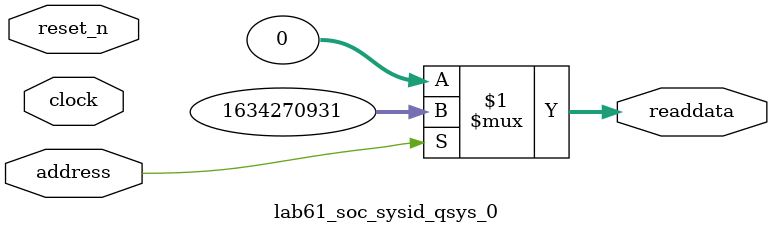
<source format=v>



// synthesis translate_off
`timescale 1ns / 1ps
// synthesis translate_on

// turn off superfluous verilog processor warnings 
// altera message_level Level1 
// altera message_off 10034 10035 10036 10037 10230 10240 10030 

module lab61_soc_sysid_qsys_0 (
               // inputs:
                address,
                clock,
                reset_n,

               // outputs:
                readdata
             )
;

  output  [ 31: 0] readdata;
  input            address;
  input            clock;
  input            reset_n;

  wire    [ 31: 0] readdata;
  //control_slave, which is an e_avalon_slave
  assign readdata = address ? 1634270931 : 0;

endmodule



</source>
